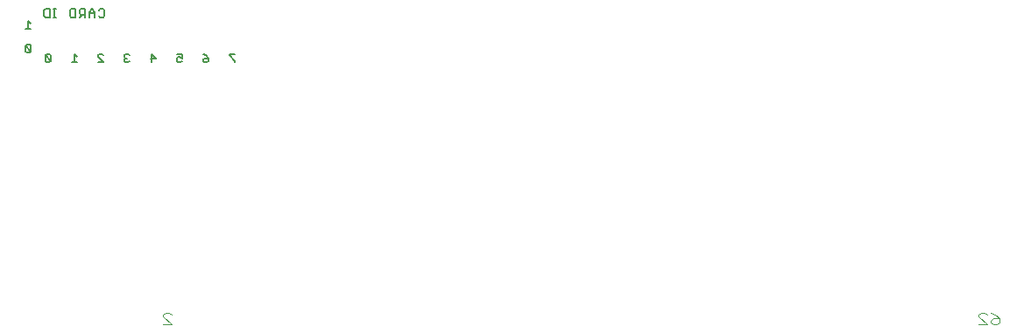
<source format=gbo>
G75*
G70*
%OFA0B0*%
%FSLAX24Y24*%
%IPPOS*%
%LPD*%
%AMOC8*
5,1,8,0,0,1.08239X$1,22.5*
%
%ADD10C,0.0080*%
%ADD11C,0.0040*%
D10*
X039111Y014543D02*
X039164Y014490D01*
X039271Y014490D01*
X039324Y014543D01*
X039111Y014757D01*
X039111Y014543D01*
X039324Y014543D02*
X039324Y014757D01*
X039271Y014810D01*
X039164Y014810D01*
X039111Y014757D01*
X039861Y014382D02*
X040074Y014168D01*
X040021Y014115D01*
X039914Y014115D01*
X039861Y014168D01*
X039861Y014382D01*
X039914Y014435D01*
X040021Y014435D01*
X040074Y014382D01*
X040074Y014168D01*
X040861Y014115D02*
X041074Y014115D01*
X040967Y014115D02*
X040967Y014435D01*
X041074Y014329D01*
X041861Y014329D02*
X041861Y014382D01*
X041914Y014435D01*
X042021Y014435D01*
X042074Y014382D01*
X041861Y014329D02*
X042074Y014115D01*
X041861Y014115D01*
X042861Y014168D02*
X042914Y014115D01*
X043021Y014115D01*
X043074Y014168D01*
X042967Y014275D02*
X042914Y014275D01*
X042861Y014222D01*
X042861Y014168D01*
X042914Y014275D02*
X042861Y014329D01*
X042861Y014382D01*
X042914Y014435D01*
X043021Y014435D01*
X043074Y014382D01*
X043861Y014275D02*
X044074Y014275D01*
X043914Y014435D01*
X043914Y014115D01*
X044861Y014168D02*
X044914Y014115D01*
X045021Y014115D01*
X045074Y014168D01*
X045074Y014275D02*
X044967Y014329D01*
X044914Y014329D01*
X044861Y014275D01*
X044861Y014168D01*
X045074Y014275D02*
X045074Y014435D01*
X044861Y014435D01*
X045861Y014435D02*
X045967Y014382D01*
X046074Y014275D01*
X045914Y014275D01*
X045861Y014222D01*
X045861Y014168D01*
X045914Y014115D01*
X046021Y014115D01*
X046074Y014168D01*
X046074Y014275D01*
X046861Y014382D02*
X046861Y014435D01*
X047074Y014435D01*
X046861Y014382D02*
X047074Y014168D01*
X047074Y014115D01*
X042118Y015881D02*
X042064Y015828D01*
X041958Y015828D01*
X041904Y015881D01*
X041749Y015828D02*
X041749Y016041D01*
X041643Y016148D01*
X041536Y016041D01*
X041536Y015828D01*
X041381Y015828D02*
X041381Y016148D01*
X041221Y016148D01*
X041168Y016094D01*
X041168Y015988D01*
X041221Y015934D01*
X041381Y015934D01*
X041274Y015934D02*
X041168Y015828D01*
X041013Y015828D02*
X040853Y015828D01*
X040799Y015881D01*
X040799Y016094D01*
X040853Y016148D01*
X041013Y016148D01*
X041013Y015828D01*
X041536Y015988D02*
X041749Y015988D01*
X041904Y016094D02*
X041958Y016148D01*
X042064Y016148D01*
X042118Y016094D01*
X042118Y015881D01*
X040276Y015828D02*
X040169Y015828D01*
X040223Y015828D02*
X040223Y016148D01*
X040276Y016148D02*
X040169Y016148D01*
X040031Y016148D02*
X039870Y016148D01*
X039817Y016094D01*
X039817Y015881D01*
X039870Y015828D01*
X040031Y015828D01*
X040031Y016148D01*
X039324Y015604D02*
X039217Y015710D01*
X039217Y015390D01*
X039111Y015390D02*
X039324Y015390D01*
D11*
X044430Y004580D02*
X044583Y004580D01*
X044660Y004504D01*
X044430Y004580D02*
X044353Y004504D01*
X044353Y004427D01*
X044660Y004120D01*
X044353Y004120D01*
X075393Y004120D02*
X075700Y004120D01*
X075393Y004427D01*
X075393Y004504D01*
X075469Y004580D01*
X075623Y004580D01*
X075700Y004504D01*
X075853Y004580D02*
X076007Y004504D01*
X076160Y004350D01*
X075930Y004350D01*
X075853Y004273D01*
X075853Y004197D01*
X075930Y004120D01*
X076083Y004120D01*
X076160Y004197D01*
X076160Y004350D01*
M02*

</source>
